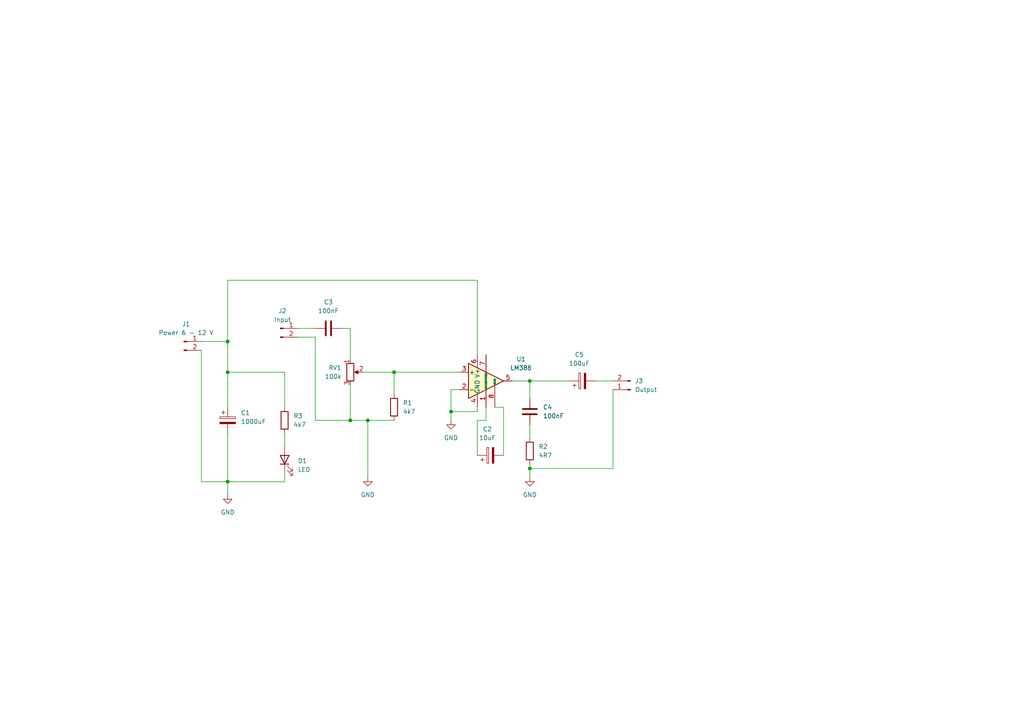
<source format=kicad_sch>
(kicad_sch (version 20231120) (generator "eeschema") (generator_version "8.0")
  (paper "A4")
  (lib_symbols
    (symbol "Amplifier_Audio:LM386" (pin_names (offset 0.127))
      (property "Reference" "U" (at 1.27 7.62 0))
      (property "Value" "LM386" (at 1.27 5.08 0))
      (symbol "LM386_0_1"
        (polyline (pts (xy 5.08 0) (xy -5.08 5.08) (xy -5.08 -5.08) (xy 5.08 0)) (stroke (width 0.254)) (fill (type background)))
      )
      (symbol "LM386_1_1"
        (pin input line (at 0 -7.62 90) (length 5.08) (name "GAIN") (number "1"))
        (pin input line (at -7.62 -2.54 0) (length 2.54) (name "-") (number "2"))
        (pin input line (at -7.62 2.54 0) (length 2.54) (name "+") (number "3"))
        (pin power_in line (at -2.54 -7.62 90) (length 3.81) (name "GND") (number "4"))
        (pin output line (at 7.62 0 180) (length 2.54) (name "~") (number "5"))
        (pin power_in line (at -2.54 7.62 270) (length 3.81) (name "V+") (number "6"))
        (pin input line (at 0 7.62 270) (length 5.08) (name "BYPASS") (number "7"))
        (pin input line (at 2.54 -7.62 90) (length 6.35) (name "GAIN") (number "8"))
      )
    )
    (symbol "Connector:Conn_01x02_Pin" (pin_names (offset 1.016) hide)
      (property "Reference" "J" (at 0 2.54 0))
      (property "Value" "Conn_01x02_Pin" (at 0 -5.08 0))
      (symbol "Conn_01x02_Pin_1_1"
        (polyline (pts (xy 1.27 -2.54) (xy 0.8636 -2.54)) (stroke (width 0.1524)))
        (polyline (pts (xy 1.27 0) (xy 0.8636 0)) (stroke (width 0.1524)))
        (rectangle (start 0.8636 -2.413) (end 0 -2.667) (stroke (width 0.1524)) (fill (type outline)))
        (rectangle (start 0.8636 0.127) (end 0 -0.127) (stroke (width 0.1524)) (fill (type outline)))
        (pin passive line (at 5.08 0 180) (length 3.81) (name "Pin_1") (number "1"))
        (pin passive line (at 5.08 -2.54 180) (length 3.81) (name "Pin_2") (number "2"))
      )
    )
    (symbol "Device:C" (pin_numbers hide) (pin_names (offset 0.254))
      (property "Reference" "C" (at 0.635 2.54 0))
      (property "Value" "C" (at 0.635 -2.54 0))
      (symbol "C_0_1"
        (polyline (pts (xy -2.032 -0.762) (xy 2.032 -0.762)) (stroke (width 0.508)))
        (polyline (pts (xy -2.032 0.762) (xy 2.032 0.762)) (stroke (width 0.508)))
      )
      (symbol "C_1_1"
        (pin passive line (at 0 3.81 270) (length 2.794) (name "~") (number "1"))
        (pin passive line (at 0 -3.81 90) (length 2.794) (name "~") (number "2"))
      )
    )
    (symbol "Device:C_Polarized" (pin_numbers hide) (pin_names (offset 0.254))
      (property "Reference" "C" (at 0.635 2.54 0))
      (property "Value" "C_Polarized" (at 0.635 -2.54 0))
      (symbol "C_Polarized_0_1"
        (rectangle (start -2.286 0.508) (end 2.286 1.016))
        (polyline (pts (xy -1.778 2.286) (xy -0.762 2.286)))
        (polyline (pts (xy -1.27 2.794) (xy -1.27 1.778)))
        (rectangle (start 2.286 -0.508) (end -2.286 -1.016) (fill (type outline)))
      )
      (symbol "C_Polarized_1_1"
        (pin passive line (at 0 3.81 270) (length 2.794) (name "~") (number "1"))
        (pin passive line (at 0 -3.81 90) (length 2.794) (name "~") (number "2"))
      )
    )
    (symbol "Device:LED" (pin_numbers hide) (pin_names (offset 1.016) hide)
      (property "Reference" "D" (at 0 2.54 0))
      (property "Value" "LED" (at 0 -2.54 0))
      (symbol "LED_0_1"
        (polyline (pts (xy -1.27 -1.27) (xy -1.27 1.27)) (stroke (width 0.254)))
        (polyline (pts (xy -1.27 0) (xy 1.27 0)))
        (polyline (pts (xy 1.27 -1.27) (xy 1.27 1.27) (xy -1.27 0) (xy 1.27 -1.27)) (stroke (width 0.254)))
        (polyline (pts (xy -3.048 -0.762) (xy -4.572 -2.286) (xy -3.81 -2.286) (xy -4.572 -2.286) (xy -4.572 -1.524)))
        (polyline (pts (xy -1.778 -0.762) (xy -3.302 -2.286) (xy -2.54 -2.286) (xy -3.302 -2.286) (xy -3.302 -1.524)))
      )
      (symbol "LED_1_1"
        (pin passive line (at -3.81 0 0) (length 2.54) (name "K") (number "1"))
        (pin passive line (at 3.81 0 180) (length 2.54) (name "A") (number "2"))
      )
    )
    (symbol "Device:R" (pin_numbers hide) (pin_names (offset 0))
      (property "Reference" "R" (at 2.032 0 90))
      (property "Value" "R" (at 0 0 90))
      (symbol "R_0_1"
        (rectangle (start -1.016 -2.54) (end 1.016 2.54) (stroke (width 0.254)))
      )
      (symbol "R_1_1"
        (pin passive line (at 0 3.81 270) (length 1.27) (name "~") (number "1"))
        (pin passive line (at 0 -3.81 90) (length 1.27) (name "~") (number "2"))
      )
    )
    (symbol "Device:R_Potentiometer" (pin_names (offset 1.016) hide)
      (property "Reference" "RV" (at -4.445 0 90))
      (property "Value" "R_Potentiometer" (at -2.54 0 90))
      (symbol "R_Potentiometer_0_1"
        (polyline (pts (xy 2.54 0) (xy 1.524 0)))
        (polyline (pts (xy 1.143 0) (xy 2.286 0.508) (xy 2.286 -0.508) (xy 1.143 0)) (fill (type outline)))
        (rectangle (start 1.016 2.54) (end -1.016 -2.54) (stroke (width 0.254)))
      )
      (symbol "R_Potentiometer_1_1"
        (pin passive line (at 0 3.81 270) (length 1.27) (name "1") (number "1"))
        (pin passive line (at 3.81 0 180) (length 1.27) (name "2") (number "2"))
        (pin passive line (at 0 -3.81 90) (length 1.27) (name "3") (number "3"))
      )
    )
    (symbol "power:GND" (power) (pin_numbers hide) (pin_names (offset 0) hide)
      (property "Value" "GND" (at 0 -3.81 0))
      (symbol "GND_0_1"
        (polyline (pts (xy 0 0) (xy 0 -1.27) (xy 1.27 -1.27) (xy 0 -2.54) (xy -1.27 -1.27) (xy 0 -1.27)))
      )
      (symbol "GND_1_1"
        (pin power_in line (at 0 0 270) (length 0) (name "~") (number "1"))
      )
    )
  )
  (junction (at 153.67 110.49))
  (junction (at 101.6 121.92))
  (junction (at 106.68 121.92))
  (junction (at 66.04 107.95))
  (junction (at 66.04 99.06))
  (junction (at 114.3 107.95))
  (junction (at 153.67 135.89))
  (junction (at 130.81 119.38))
  (junction (at 66.04 139.7))
  (wire (pts (xy 86.36 95.25) (xy 91.44 95.25)))
  (wire (pts (xy 105.41 107.95) (xy 114.3 107.95)))
  (wire (pts (xy 138.43 118.11) (xy 138.43 119.38)))
  (wire (pts (xy 66.04 99.06) (xy 66.04 107.95)))
  (wire (pts (xy 153.67 110.49) (xy 153.67 115.57)))
  (wire (pts (xy 146.05 118.11) (xy 143.51 118.11)))
  (wire (pts (xy 172.72 110.49) (xy 177.8 110.49)))
  (wire (pts (xy 82.55 139.7) (xy 66.04 139.7)))
  (wire (pts (xy 82.55 125.73) (xy 82.55 129.54)))
  (wire (pts (xy 153.67 110.49) (xy 165.1 110.49)))
  (wire (pts (xy 140.97 121.92) (xy 140.97 118.11)))
  (wire (pts (xy 58.42 101.6) (xy 58.42 139.7)))
  (wire (pts (xy 66.04 139.7) (xy 66.04 143.51)))
  (wire (pts (xy 66.04 107.95) (xy 82.55 107.95)))
  (wire (pts (xy 114.3 121.92) (xy 106.68 121.92)))
  (wire (pts (xy 138.43 119.38) (xy 130.81 119.38)))
  (wire (pts (xy 114.3 107.95) (xy 114.3 114.3)))
  (wire (pts (xy 148.59 110.49) (xy 153.67 110.49)))
  (wire (pts (xy 138.43 102.87) (xy 138.43 81.28)))
  (wire (pts (xy 133.35 113.03) (xy 130.81 113.03)))
  (wire (pts (xy 66.04 125.73) (xy 66.04 139.7)))
  (wire (pts (xy 114.3 107.95) (xy 133.35 107.95)))
  (wire (pts (xy 138.43 81.28) (xy 66.04 81.28)))
  (wire (pts (xy 82.55 107.95) (xy 82.55 118.11)))
  (wire (pts (xy 91.44 121.92) (xy 91.44 97.79)))
  (wire (pts (xy 106.68 121.92) (xy 106.68 138.43)))
  (wire (pts (xy 101.6 111.76) (xy 101.6 121.92)))
  (wire (pts (xy 66.04 81.28) (xy 66.04 99.06)))
  (wire (pts (xy 99.06 95.25) (xy 101.6 95.25)))
  (wire (pts (xy 101.6 104.14) (xy 101.6 95.25)))
  (wire (pts (xy 58.42 99.06) (xy 66.04 99.06)))
  (wire (pts (xy 101.6 121.92) (xy 106.68 121.92)))
  (wire (pts (xy 153.67 135.89) (xy 177.8 135.89)))
  (wire (pts (xy 91.44 97.79) (xy 86.36 97.79)))
  (wire (pts (xy 153.67 135.89) (xy 153.67 138.43)))
  (wire (pts (xy 153.67 134.62) (xy 153.67 135.89)))
  (wire (pts (xy 153.67 123.19) (xy 153.67 127)))
  (wire (pts (xy 138.43 132.08) (xy 138.43 121.92)))
  (wire (pts (xy 82.55 137.16) (xy 82.55 139.7)))
  (wire (pts (xy 58.42 139.7) (xy 66.04 139.7)))
  (wire (pts (xy 130.81 113.03) (xy 130.81 119.38)))
  (wire (pts (xy 130.81 119.38) (xy 130.81 121.92)))
  (wire (pts (xy 138.43 121.92) (xy 140.97 121.92)))
  (wire (pts (xy 66.04 107.95) (xy 66.04 118.11)))
  (wire (pts (xy 146.05 132.08) (xy 146.05 118.11)))
  (wire (pts (xy 177.8 113.03) (xy 177.8 135.89)))
  (wire (pts (xy 101.6 121.92) (xy 91.44 121.92)))
  (symbol (lib_id "Device:R_Potentiometer") (at 101.6 107.95 0) (unit 1)
    (property "Reference" "RV1" (at 99.06 106.6799 0) (effects (justify right)))
    (property "Value" "100k" (at 99.06 109.2199 0) (effects (justify right)))
    (property "Description" "Potentiometer" (effects (hide yes)))
  )
  (symbol (lib_id "Device:C_Polarized") (at 142.24 132.08 90) (unit 1)
    (property "Reference" "C2" (at 141.351 124.46 90))
    (property "Value" "10uF" (at 141.351 127 90))
    (property "Description" "Polarized capacitor" (effects (hide yes)))
  )
  (symbol (lib_id "Connector:Conn_01x02_Pin") (at 81.28 95.25 0) (unit 1)
    (property "Reference" "J2" (at 81.915 90.17 0))
    (property "Value" "Input" (at 81.915 92.71 0))
    (property "Description" "Generic connector, single row, 01x02, script generated" (effects (hide yes)))
  )
  (symbol (lib_id "Device:C_Polarized") (at 66.04 121.92 0) (unit 1)
    (property "Reference" "C1" (at 69.85 119.7609 0) (effects (justify left)))
    (property "Value" "1000uF" (at 69.85 122.3009 0) (effects (justify left)))
    (property "Description" "Polarized capacitor" (effects (hide yes)))
  )
  (symbol (lib_id "Device:C_Polarized") (at 168.91 110.49 90) (unit 1)
    (property "Reference" "C5" (at 168.021 102.87 90))
    (property "Value" "100uF" (at 168.021 105.41 90))
    (property "Description" "Polarized capacitor" (effects (hide yes)))
  )
  (symbol (lib_id "Connector:Conn_01x02_Pin") (at 53.34 99.06 0) (unit 1)
    (property "Reference" "J1" (at 53.975 93.98 0))
    (property "Value" "Power 6 - 12 V" (at 53.975 96.52 0))
    (property "Description" "Generic connector, single row, 01x02, script generated" (effects (hide yes)))
  )
  (symbol (lib_id "power:GND") (at 66.04 143.51 0) (unit 1)
    (property "Reference" "#PWR04" (effects (hide yes)))
    (property "Value" "GND" (at 66.04 148.59 0))
    (property "Description" "Power symbol creates a global label with name \"GND\" , ground" (effects (hide yes)))
  )
  (symbol (lib_id "power:GND") (at 153.67 138.43 0) (unit 1)
    (property "Reference" "#PWR02" (effects (hide yes)))
    (property "Value" "GND" (at 153.67 143.51 0))
    (property "Description" "Power symbol creates a global label with name \"GND\" , ground" (effects (hide yes)))
  )
  (symbol (lib_id "Device:C") (at 95.25 95.25 90) (unit 1)
    (property "Reference" "C3" (at 95.25 87.63 90))
    (property "Value" "100nF" (at 95.25 90.17 90))
    (property "Description" "Unpolarized capacitor" (effects (hide yes)))
  )
  (symbol (lib_id "Device:R") (at 82.55 121.92 0) (unit 1)
    (property "Reference" "R3" (at 85.09 120.6499 0) (effects (justify left)))
    (property "Value" "4k7" (at 85.09 123.1899 0) (effects (justify left)))
    (property "Description" "Resistor" (effects (hide yes)))
  )
  (symbol (lib_id "Device:LED") (at 82.55 133.35 90) (unit 1)
    (property "Reference" "D1" (at 86.36 133.6674 90) (effects (justify right)))
    (property "Value" "LED" (at 86.36 136.2074 90) (effects (justify right)))
    (property "Description" "Light emitting diode" (effects (hide yes)))
  )
  (symbol (lib_id "Device:R") (at 153.67 130.81 0) (unit 1)
    (property "Reference" "R2" (at 156.21 129.5399 0) (effects (justify left)))
    (property "Value" "4R7" (at 156.21 132.0799 0) (effects (justify left)))
    (property "Description" "Resistor" (effects (hide yes)))
  )
  (symbol (lib_id "Device:R") (at 114.3 118.11 0) (unit 1)
    (property "Reference" "R1" (at 116.84 116.8399 0) (effects (justify left)))
    (property "Value" "4k7" (at 116.84 119.3799 0) (effects (justify left)))
    (property "Description" "Resistor" (effects (hide yes)))
  )
  (symbol (lib_id "power:GND") (at 106.68 138.43 0) (unit 1)
    (property "Reference" "#PWR03" (effects (hide yes)))
    (property "Value" "GND" (at 106.68 143.51 0))
    (property "Description" "Power symbol creates a global label with name \"GND\" , ground" (effects (hide yes)))
  )
  (symbol (lib_id "Connector:Conn_01x02_Pin") (at 182.88 113.03 180) (unit 1)
    (property "Reference" "J3" (at 184.15 110.4899 0) (effects (justify right)))
    (property "Value" "Output" (at 184.15 113.0299 0) (effects (justify right)))
    (property "Description" "Generic connector, single row, 01x02, script generated" (effects (hide yes)))
  )
  (symbol (lib_id "Amplifier_Audio:LM386") (at 140.97 110.49 0) (unit 1)
    (property "Reference" "U1" (at 151.13 104.1714 0))
    (property "Value" "LM386" (at 151.13 106.7114 0))
    (property "Datasheet" "http://www.ti.com/lit/ds/symlink/lm386.pdf" (effects (hide yes)))
    (property "Description" "Low Voltage Audio Power Amplifier, DIP-8/SOIC-8/SSOP-8" (effects (hide yes)))
  )
  (symbol (lib_id "power:GND") (at 130.81 121.92 0) (unit 1)
    (property "Reference" "#PWR01" (effects (hide yes)))
    (property "Value" "GND" (at 130.81 127 0))
    (property "Description" "Power symbol creates a global label with name \"GND\" , ground" (effects (hide yes)))
  )
  (symbol (lib_id "Device:C") (at 153.67 119.38 0) (unit 1)
    (property "Reference" "C4" (at 157.48 118.1099 0) (effects (justify left)))
    (property "Value" "100nF" (at 157.48 120.6499 0) (effects (justify left)))
    (property "Description" "Unpolarized capacitor" (effects (hide yes)))
  )
)
</source>
